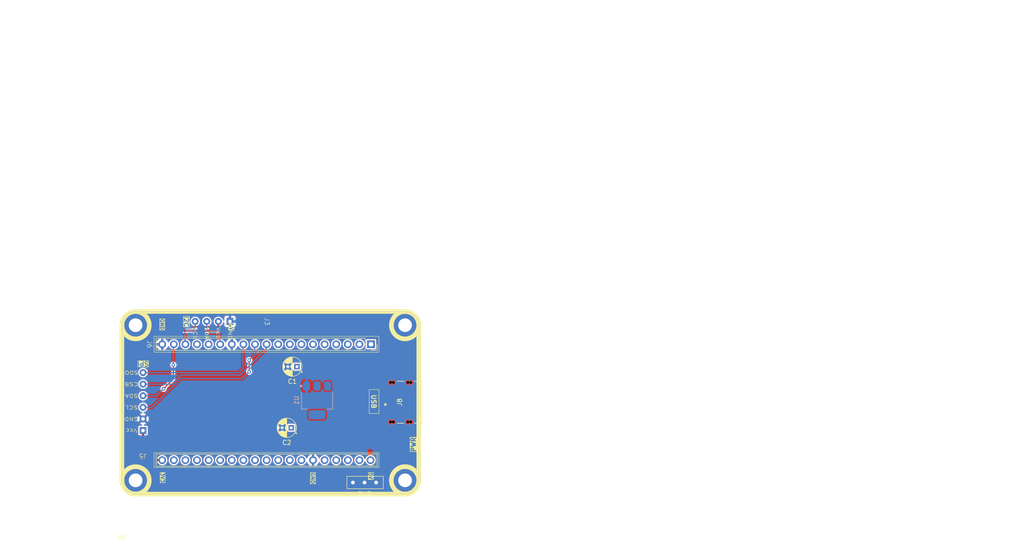
<source format=kicad_pcb>
(kicad_pcb (version 20240108) (generator "pcbnew") (generator_version "8.0")
  (layers (0 "F.Cu" signal) (31 "B.Cu" signal) (34 "B.Paste" user) (35 "F.Paste" user) (36 "B.SilkS" user "B.Silkscreen") (37 "F.SilkS" user "F.Silkscreen") (38 "B.Mask" user) (39 "F.Mask" user) (44 "Edge.Cuts" user))
  (net 0 "")
  (net 1 "GND")
  (net 2 "+3V3")
  (net 3 "+5V")
  (net 4 "/SCL-2")
  (net 5 "/SDA-2")
  (net 6 "/SPI-SCL")
  (net 7 "/SPI-CSB")
  (net 8 "/VDC")
  (net 9 "/SPI-SDA")
  (net 10 "/SPI-SDO")
  (net 22 "/RX")
  (net 23 "/VIN")
  (net 29 "/TX")
  (footprint "Capacitor_THT:CP_Radial_D4.0mm_P2.00mm" (layer "F.Cu") (at 116.9726 107.05 180)
    (property "Reference" "C2" (at 1 -3.25 0) (layer "F.SilkS"))
    (property "Value" "1uF")
    (fp_line (start 3.081 -0.37) (end 3.081 0.37) (stroke (width 0.12)) (layer "F.SilkS"))
    (fp_line (start 3.041 -0.537) (end 3.041 0.537) (stroke (width 0.12)) (layer "F.SilkS"))
    (fp_line (start 3.001 -0.664) (end 3.001 0.664) (stroke (width 0.12)) (layer "F.SilkS"))
    (fp_line (start 2.961 -0.768) (end 2.961 0.768) (stroke (width 0.12)) (layer "F.SilkS"))
    (fp_line (start 2.921 -0.859) (end 2.921 0.859) (stroke (width 0.12)) (layer "F.SilkS"))
    (fp_line (start 2.881 -0.94) (end 2.881 0.94) (stroke (width 0.12)) (layer "F.SilkS"))
    (fp_line (start 2.841 -1.013) (end 2.841 1.013) (stroke (width 0.12)) (layer "F.SilkS"))
    (fp_line (start 2.801 0.84) (end 2.801 1.08) (stroke (width 0.12)) (layer "F.SilkS"))
    (fp_line (start 2.801 -1.08) (end 2.801 -0.84) (stroke (width 0.12)) (layer "F.SilkS"))
    (fp_line (start 2.761 0.84) (end 2.761 1.142) (stroke (width 0.12)) (layer "F.SilkS"))
    (fp_line (start 2.761 -1.142) (end 2.761 -0.84) (stroke (width 0.12)) (layer "F.SilkS"))
    (fp_line (start 2.721 0.84) (end 2.721 1.2) (stroke (width 0.12)) (layer "F.SilkS"))
    (fp_line (start 2.721 -1.2) (end 2.721 -0.84) (stroke (width 0.12)) (layer "F.SilkS"))
    (fp_line (start 2.681 0.84) (end 2.681 1.254) (stroke (width 0.12)) (layer "F.SilkS"))
    (fp_line (start 2.681 -1.254) (end 2.681 -0.84) (stroke (width 0.12)) (layer "F.SilkS"))
    (fp_line (start 2.641 0.84) (end 2.641 1.304) (stroke (width 0.12)) (layer "F.SilkS"))
    (fp_line (start 2.641 -1.304) (end 2.641 -0.84) (stroke (width 0.12)) (layer "F.SilkS"))
    (fp_line (start 2.601 0.84) (end 2.601 1.351) (stroke (width 0.12)) (layer "F.SilkS"))
    (fp_line (start 2.601 -1.351) (end 2.601 -0.84) (stroke (width 0.12)) (layer "F.SilkS"))
    (fp_line (start 2.561 0.84) (end 2.561 1.396) (stroke (width 0.12)) (layer "F.SilkS"))
    (fp_line (start 2.561 -1.396) (end 2.561 -0.84) (stroke (width 0.12)) (layer "F.SilkS"))
    (fp_line (start 2.521 0.84) (end 2.521 1.438) (stroke (width 0.12)) (layer "F.SilkS"))
    (fp_line (start 2.521 -1.438) (end 2.521 -0.84) (stroke (width 0.12)) (layer "F.SilkS"))
    (fp_line (start 2.481 0.84) (end 2.481 1.478) (stroke (width 0.12)) (layer "F.SilkS"))
    (fp_line (start 2.481 -1.478) (end 2.481 -0.84) (stroke (width 0.12)) (layer "F.SilkS"))
    (fp_line (start 2.441 0.84) (end 2.441 1.516) (stroke (width 0.12)) (layer "F.SilkS"))
    (fp_line (start 2.441 -1.516) (end 2.441 -0.84) (stroke (width 0.12)) (layer "F.SilkS"))
    (fp_line (start 2.401 0.84) (end 2.401 1.552) (stroke (width 0.12)) (layer "F.SilkS"))
    (fp_line (start 2.401 -1.552) (end 2.401 -0.84) (stroke (width 0.12)) (layer "F.SilkS"))
    (fp_line (start 2.361 0.84) (end 2.361 1.587) (stroke (width 0.12)) (layer "F.SilkS"))
    (fp_line (start 2.361 -1.587) (end 2.361 -0.84) (stroke (width 0.12)) (layer "F.SilkS"))
    (fp_line (start 2.321 0.84) (end 2.321 1.619) (stroke (width 0.12)) (layer "F.SilkS"))
    (fp_line (start 2.321 -1.619) (end 2.321 -0.84) (stroke (width 0.12)) (layer "F.SilkS"))
    (fp_line (start 2.281 0.84) (end 2.281 1.65) (stroke (width 0.12)) (layer "F.SilkS"))
    (fp_line (start 2.281 -1.65) (end 2.281 -0.84) (stroke (width 0.12)) (layer "F.SilkS"))
    (fp_line (start 2.241 0.84) (end 2.241 1.68) (stroke (width 0.12)) (layer "F.SilkS"))
    (fp_line (start 2.241 -1.68) (end 2.241 -0.84) (stroke (width 0.12)) (layer "F.SilkS"))
    (fp_line (start 2.201 0.84) (end 2.201 1.708) (stroke (width 0.12)) (layer "F.SilkS"))
    (fp_line (start 2.201 -1.708) (end 2.201 -0.84) (stroke (width 0.12)) (layer "F.SilkS"))
    (fp_line (start 2.161 0.84) (end 2.161 1.735) (stroke (width 0.12)) (layer "F.SilkS"))
    (fp_line (start 2.161 -1.735) (end 2.161 -0.84) (stroke (width 0.12)) (layer "F.SilkS"))
    (fp_line (start 2.121 0.84) (end 2.121 1.76) (stroke (width 0.12)) (layer "F.SilkS"))
    (fp_line (start 2.121 -1.76) (end 2.121 -0.84) (stroke (width 0.12)) (layer "F.SilkS"))
    (fp_line (start 2.081 0.84) (end 2.081 1.785) (stroke (width 0.12)) (layer "F.SilkS"))
    (fp_line (start 2.081 -1.785) (end 2.081 -0.84) (stroke (width 0.12)) (layer "F.SilkS"))
    (fp_line (start 2.041 0.84) (end 2.041 1.808) (stroke (width 0.12)) (layer "F.SilkS"))
    (fp_line (start 2.041 -1.808) (end 2.041 -0.84) (stroke (width 0.12)) (layer "F.SilkS"))
    (fp_line (start 2.001 0.84) (end 2.001 1.83) (stroke (width 0.12)) (layer "F.SilkS"))
    (fp_line (start 2.001 -1.83) (end 2.001 -0.84) (stroke (width 0.12)) (layer "F.SilkS"))
    (fp_line (start 1.961 0.84) (end 1.961 1.851) (stroke (width 0.12)) (layer "F.SilkS"))
    (fp_line (start 1.961 -1.851) (end 1.961 -0.84) (stroke (width 0.12)) (layer "F.SilkS"))
    (fp_line (start 1.921 0.84) (end 1.921 1.87) (stroke (width 0.12)) (layer "F.SilkS"))
    (fp_line (start 1.921 -1.87) (end 1.921 -0.84) (stroke (width 0.12)) (layer "F.SilkS"))
    (fp_line (start 1.881 0.84) (end 1.881 1.889) (stroke (width 0.12)) (layer "F.SilkS"))
    (fp_line (start 1.881 -1.889) (end 1.881 -0.84) (stroke (width 0.12)) (layer "F.SilkS"))
    (fp_line (start 1.841 0.84) (end 1.841 1.907) (stroke (width 0.12)) (layer "F.SilkS"))
    (fp_line (start 1.841 -1.907) (end 1.841 -0.84) (stroke (width 0.12)) (layer "F.SilkS"))
    (fp_line (start 1.801 0.84) (end 1.801 1.924) (stroke (width 0.12)) (layer "F.SilkS"))
    (fp_line (start 1.801 -1.924) (end 1.801 -0.84) (stroke (width 0.12)) (layer "F.SilkS"))
    (fp_line (start 1.761 0.84) (end 1.761 1.94) (stroke (width 0.12)) (layer "F.SilkS"))
    (fp_line (start 1.761 -1.94) (end 1.761 -0.84) (stroke (width 0.12)) (layer "F.SilkS"))
    (fp_line (start 1.721 0.84) (end 1.721 1.954) (stroke (width 0.12)) (layer "F.SilkS"))
    (fp_line (start 1.721 -1.954) (end 1.721 -0.84) (stroke (width 0.12)) (layer "F.SilkS"))
    (fp_line (start 1.68 0.84) (end 1.68 1.968) (stroke (width 0.12)) (layer "F.SilkS"))
    (fp_line (start 1.68 -1.968) (end 1.68 -0.84) (stroke (width 0.12)) (layer "F.SilkS"))
    (fp_line (start 1.64 0.84) (end 1.64 1.982) (stroke (width 0.12)) (layer "F.SilkS"))
    (fp_line (start 1.64 -1.982) (end 1.64 -0.84) (stroke (width 0.12)) (layer "F.SilkS"))
    (fp_line (start 1.6 0.84) (end 1.6 1.994) (stroke (width 0.12)) (layer "F.SilkS"))
    (fp_line (start 1.6 -1.994) (end 1.6 -0.84) (stroke (width 0.12)) (layer "F.SilkS"))
    (fp_line (start 1.56 0.84) (end 1.56 2.005) (stroke (width 0.12)) (layer "F.SilkS"))
    (fp_line (start 1.56 -2.005) (end 1.56 -0.84) (stroke (width 0.12)) (layer "F.SilkS"))
    (fp_line (start 1.52 0.84) (end 1.52 2.016) (stroke (width 0.12)) (layer "F.SilkS"))
    (fp_line (start 1.52 -2.016) (end 1.52 -0.84) (stroke (width 0.12)) (layer "F.SilkS"))
    (fp_line (start 1.48 0.84) (end 1.48 2.025) (stroke (width 0.12)) (layer "F.SilkS"))
    (fp_line (start 1.48 -2.025) (end 1.48 -0.84) (stroke (width 0.12)) (layer "F.SilkS"))
    (fp_line (start 1.44 0.84) (end 1.44 2.034) (stroke (width 0.12)) (layer "F.SilkS"))
    (fp_line (start 1.44 -2.034) (end 1.44 -0.84) (stroke (width 0.12)) (layer "F.SilkS"))
    (fp_line (start 1.4 0.84) (end 1.4 2.042) (stroke (width 0.12)) (layer "F.SilkS"))
    (fp_line (start 1.4 -2.042) (end 1.4 -0.84) (stroke (width 0.12)) (layer "F.SilkS"))
    (fp_line (start 1.36 0.84) (end 1.36 2.05) (stroke (width 0.12)) (layer "F.SilkS"))
    (fp_line (start 1.36 -2.05) (end 1.36 -0.84) (stroke (width 0.12)) (layer "F.SilkS"))
    (fp_line (start 1.32 0.84) (end 1.32 2.056) (stroke (width 0.12)) (layer "F.SilkS"))
    (fp_line (start 1.32 -2.056) (end 1.32 -0.84) (stroke (width 0.12)) (layer "F.SilkS"))
    (fp_line (start 1.28 0.84) (end 1.28 2.062) (stroke (width 0.12)) (layer "F.SilkS"))
    (fp_line (start 1.28 -2.062) (end 1.28 -0.84) (stroke (width 0.12)) (layer "F.SilkS"))
    (fp_line (start 1.24 0.84) (end 1.24 2.067) (stroke (width 0.12)) (layer "F.SilkS"))
    (fp_line (start 1.24 -2.067) (end 1.24 -0.84) (stroke (width 0.12)) (layer "F.SilkS"))
    (fp_line (start 1.2 0.84) (end 1.2 2.071) (stroke (width 0.12)) (layer "F.SilkS"))
    (fp_line (start 1.2 -2.071) (end 1.2 -0.84) (stroke (width 0.12)) (layer "F.SilkS"))
    (fp_line (start 1.16 -2.074) (end 1.16 2.074) (stroke (width 0.12)) (layer "F.SilkS"))
    (fp_line (start 1.12 -2.077) (end 1.12 2.077) (stroke (width 0.12)) (layer "F.SilkS"))
    (fp_line (start 1.08 -2.079) (end 1.08 2.079) (stroke (width 0.12)) (layer "F.SilkS"))
    (fp_line (start 1.04 -2.08) (end 1.04 2.08) (stroke (width 0.12)) (layer "F.SilkS"))
    (fp_line (start 1 -2.08) (end 1 2.08) (stroke (width 0.12)) (layer "F.SilkS"))
    (fp_line (start -1.069801 -1.395) (end -1.069801 -0.995) (stroke (width 0.12)) (layer "F.SilkS"))
    (fp_line (start -1.269801 -1.195) (end -0.869801 -1.195) (stroke (width 0.12)) (layer "F.SilkS"))
    (fp_circle (center 1 0) (end 3.12 0) (stroke (width 0.12)) (fill none) (layer "F.SilkS"))
    (pad "1" thru_hole rect (at 0 0 180) (size 1.2 1.2) (drill 0.6) (layers "*.Cu" "*.Mask") (net 3 "+5V"))
    (pad "2" thru_hole circle (at 2 0 180) (size 1.2 1.2) (drill 0.6) (layers "*.Cu" "*.Mask") (net 1 "GND"))
  )
  (footprint "Alexander Footprint Library:Board_65-40" (layer "F.Cu") (at 79.875002 131.57)
    (property "Reference" "H1" (at 0 -0.5 0) (layer "F.SilkS") (effects (font (thickness 0.1))))
    (property "Value" "Project_Box_Board_65x40")
    (fp_line (start 0 -47) (end 0 -13) (stroke (width 1)) (layer "F.SilkS"))
    (fp_line (start 3 -50) (end 62 -50) (stroke (width 1)) (layer "F.SilkS"))
    (fp_line (start 3 -10) (end 62 -10) (stroke (width 1)) (layer "F.SilkS"))
    (fp_line (start 65 -47) (end 65 -13) (stroke (width 1)) (layer "F.SilkS"))
    (fp_arc (start 0 -47) (mid 0.87868 -49.12132) (end 3 -50) (stroke (width 1)) (layer "F.SilkS"))
    (fp_arc (start 3 -10) (mid 0.87868 -10.87868) (end 0 -13) (stroke (width 1)) (layer "F.SilkS"))
    (fp_arc (start 62 -50) (mid 64.12132 -49.12132) (end 65 -47) (stroke (width 1)) (layer "F.SilkS"))
    (fp_arc (start 65 -13) (mid 64.12132 -10.87868) (end 62 -10) (stroke (width 1)) (layer "F.SilkS"))
    (fp_circle (center 2.999999 -13) (end 6 -13) (stroke (width 1)) (fill none) (layer "F.SilkS"))
    (fp_circle (center 3 -47) (end 6 -47) (stroke (width 1)) (fill none) (layer "F.SilkS"))
    (fp_circle (center 62 -47) (end 62 -50) (stroke (width 0.1)) (fill none) (layer "F.SilkS"))
    (fp_circle (center 62 -47) (end 65 -47) (stroke (width 1)) (fill none) (layer "F.SilkS"))
    (fp_circle (center 62 -13) (end 62.25 -16) (stroke (width 0.1)) (fill none) (layer "F.SilkS"))
    (fp_circle (center 62 -13) (end 65.010398 -13) (stroke (width 1)) (fill none) (layer "F.SilkS"))
    (fp_line (start 0 -13) (end 0 -47) (stroke (width 0.05)) (layer "Edge.Cuts"))
    (fp_line (start 3 -50) (end 62 -50) (stroke (width 0.05)) (layer "Edge.Cuts"))
    (fp_line (start 62 -10) (end 3 -10) (stroke (width 0.05)) (layer "Edge.Cuts"))
    (fp_line (start 65 -47) (end 65 -13) (stroke (width 0.05)) (layer "Edge.Cuts"))
    (fp_arc (start 0 -47) (mid 0.87868 -49.12132) (end 3 -50) (stroke (width 0.05)) (layer "Edge.Cuts"))
    (fp_arc (start 3 -10) (mid 0.87868 -10.87868) (end 0 -13) (stroke (width 0.05)) (layer "Edge.Cuts"))
    (fp_arc (start 62 -50) (mid 64.12132 -49.12132) (end 65 -47) (stroke (width 0.05)) (layer "Edge.Cuts"))
    (fp_arc (start 65 -13) (mid 64.12132 -10.87868) (end 62 -10) (stroke (width 0.05)) (layer "Edge.Cuts"))
    (fp_circle (center 3 -47) (end 4 -48) (stroke (width 0.05)) (fill none) (layer "Edge.Cuts"))
    (fp_circle (center 3 -13) (end 4 -14) (stroke (width 0.05)) (fill none) (layer "Edge.Cuts"))
    (fp_circle (center 62 -47) (end 63 -48) (stroke (width 0.05)) (fill none) (layer "Edge.Cuts"))
    (fp_circle (center 62 -13) (end 63 -14) (stroke (width 0.05)) (fill none) (layer "Edge.Cuts"))
    (pad "1" thru_hole circle (at 3 -47) (size 5 5) (drill 3) (layers "*.Cu" "*.Mask") (net 1 "GND"))
    (pad "2" thru_hole circle (at 3 -13) (size 5 5) (drill 3) (layers "*.Cu" "*.Mask") (net 1 "GND"))
    (pad "3" thru_hole circle (at 62 -13) (size 5 5) (drill 3) (layers "*.Cu" "*.Mask") (net 1 "GND"))
    (pad "4" thru_hole circle (at 62 -47) (size 5 5) (drill 3) (layers "*.Cu" "*.Mask") (net 1 "GND"))
  )
  (footprint "Alexander Footprint Library:2171750001_MOL" (layer "F.Cu") (at 141.954401 101.45 90)
    (property "Reference" "J8" (at 0 -1.25 90) (layer "F.SilkS"))
    (property "Value" "USB-C")
    (fp_line (start -4.5974 -1.815688) (end -4.5974 -0.293113) (stroke (width 0.1524)) (layer "F.SilkS"))
    (fp_line (start 4.5974 -0.293113) (end 4.5974 -1.815688) (stroke (width 0.1524)) (layer "F.SilkS"))
    (fp_line (start -4.5974 1.984311) (end -4.5974 3.5814) (stroke (width 0.1524)) (layer "F.SilkS"))
    (fp_line (start 4.5974 3.5814) (end 4.5974 1.984311) (stroke (width 0.1524)) (layer "F.SilkS"))
    (fp_line (start -4.5974 3.5814) (end 4.5974 3.5814) (stroke (width 0.1524)) (layer "F.SilkS"))
    (fp_line (start 4.32 -2.6623) (end 4.32 -3.2465) (stroke (width 0.6096)) (layer "Edge.Cuts"))
    (fp_line (start -4.32 -2.6623) (end -4.32 -3.2465) (stroke (width 0.6096)) (layer "Edge.Cuts"))
    (fp_line (start 4.32 1.137699) (end 4.32 0.553499) (stroke (width 0.6096)) (layer "Edge.Cuts"))
    (fp_line (start -4.32 1.137699) (end -4.32 0.553499) (stroke (width 0.6096)) (layer "Edge.Cuts"))
    (fp_text user "*" (at -0.508 -4.064 90) (layer "F.SilkS"))
    (fp_text user "*" (at -0.508 -4.064 90) (layer "F.SilkS"))
    (pad "" np_thru_hole circle (at -4.32 -3.2465 90) (size 0.6096 0.6096) (drill 0.6096) (layers))
    (pad "" np_thru_hole circle (at -4.32 -2.6623 90) (size 0.6096 0.6096) (drill 0.6096) (layers))
    (pad "" np_thru_hole circle (at -4.32 0.553499 90) (size 0.6096 0.6096) (drill 0.6096) (layers))
    (pad "" np_thru_hole circle (at -4.32 1.137699 90) (size 0.6096 0.6096) (drill 0.6096) (layers))
    (pad "" np_thru_hole circle (at 4.32 -3.2465 90) (size 0.6096 0.6096) (drill 0.6096) (layers))
    (pad "" np_thru_hole circle (at 4.32 -2.6623 90) (size 0.6096 0.6096) (drill 0.6096) (layers))
    (pad "" np_thru_hole circle (at 4.32 0.553499 90) (size 0.6096 0.6096) (drill 0.6096) (layers))
    (pad "" np_thru_hole circle (at 4.32 1.137699 90) (size 0.6096 0.6096) (drill 0.6096) (layers))
    (pad "7" smd oval (at -4.32 -2.9544 90) (size 1.0922 1.7018) (layers "F.Cu" "F.Paste" "F.Mask"))
    (pad "8" smd oval (at 4.32 -2.9544 90) (size 1.0922 1.7018) (layers "F.Cu" "F.Paste" "F.Mask"))
    (pad "9" smd oval (at -4.32 0.845599 90) (size 1.0922 1.7018) (layers "F.Cu" "F.Paste" "F.Mask"))
    (pad "10" smd oval (at 4.32 0.845599 90) (size 1.0922 1.7018) (layers "F.Cu" "F.Paste" "F.Mask"))
    (pad "A5" smd rect (at -0.499999 -3.034401 90) (size 0.7112 1.1938) (layers "F.Cu" "F.Paste" "F.Mask"))
    (pad "A9" smd rect (at 1.52 -3.034401 90) (size 0.762 1.1938) (layers "F.Cu" "F.Paste" "F.Mask"))
    (pad "A12" smd rect (at 2.75 -3.034401 90) (size 0.8128 1.1938) (layers "F.Cu" "F.Paste" "F.Mask"))
    (pad "B5" smd rect (at 0.499999 -3.034401 90) (size 0.7112 1.1938) (layers "F.Cu" "F.Paste" "F.Mask"))
    (pad "B9" smd rect (at -1.519936 -3.034284 90) (size 0.762 1.1938) (layers "F.Cu" "F.Paste" "F.Mask"))
    (pad "B12" smd rect (at -2.749936 -3.034284 90) (size 0.8128 1.1938) (layers "F.Cu" "F.Paste" "F.Mask"))
  )
  (footprint "Capacitor_THT:CP_Radial_D4.0mm_P2.00mm" (layer "F.Cu") (at 118.2 93.65 180)
    (property "Reference" "C1" (at 1 -3.25 0) (layer "F.SilkS"))
    (property "Value" "1uF")
    (fp_line (start 3.081 -0.37) (end 3.081 0.37) (stroke (width 0.12)) (layer "F.SilkS"))
    (fp_line (start 3.041 -0.537) (end 3.041 0.537) (stroke (width 0.12)) (layer "F.SilkS"))
    (fp_line (start 3.001 -0.664) (end 3.001 0.664) (stroke (width 0.12)) (layer "F.SilkS"))
    (fp_line (start 2.961 -0.768) (end 2.961 0.768) (stroke (width 0.12)) (layer "F.SilkS"))
    (fp_line (start 2.921 -0.859) (end 2.921 0.859) (stroke (width 0.12)) (layer "F.SilkS"))
    (fp_line (start 2.881 -0.94) (end 2.881 0.94) (stroke (width 0.12)) (layer "F.SilkS"))
    (fp_line (start 2.841 -1.013) (end 2.841 1.013) (stroke (width 0.12)) (layer "F.SilkS"))
    (fp_line (start 2.801 0.84) (end 2.801 1.08) (stroke (width 0.12)) (layer "F.SilkS"))
    (fp_line (start 2.801 -1.08) (end 2.801 -0.84) (stroke (width 0.12)) (layer "F.SilkS"))
    (fp_line (start 2.761 0.84) (end 2.761 1.142) (stroke (width 0.12)) (layer "F.SilkS"))
    (fp_line (start 2.761 -1.142) (end 2.761 -0.84) (stroke (width 0.12)) (layer "F.SilkS"))
    (fp_line (start 2.721 0.84) (end 2.721 1.2) (stroke (width 0.12)) (layer "F.SilkS"))
    (fp_line (start 2.721 -1.2) (end 2.721 -0.84) (stroke (width 0.12)) (layer "F.SilkS"))
    (fp_line (start 2.681 0.84) (end 2.681 1.254) (stroke (width 0.12)) (layer "F.SilkS"))
    (fp_line (start 2.681 -1.254) (end 2.681 -0.84) (stroke (width 0.12)) (layer "F.SilkS"))
    (fp_line (start 2.641 0.84) (end 2.641 1.304) (stroke (width 0.12)) (layer "F.SilkS"))
    (fp_line (start 2.641 -1.304) (end 2.641 -0.84) (stroke (width 0.12)) (layer "F.SilkS"))
    (fp_line (start 2.601 0.84) (end 2.601 1.351) (stroke (width 0.12)) (layer "F.SilkS"))
    (fp_line (start 2.601 -1.351) (end 2.601 -0.84) (stroke (width 0.12)) (layer "F.SilkS"))
    (fp_line (start 2.561 0.84) (end 2.561 1.396) (stroke (width 0.12)) (layer "F.SilkS"))
    (fp_line (start 2.561 -1.396) (end 2.561 -0.84) (stroke (width 0.12)) (layer "F.SilkS"))
    (fp_line (start 2.521 0.84) (end 2.521 1.438) (stroke (width 0.12)) (layer "F.SilkS"))
    (fp_line (start 2.521 -1.438) (end 2.521 -0.84) (stroke (width 0.12)) (layer "F.SilkS"))
    (fp_line (start 2.481 0.84) (end 2.481 1.478) (stroke (width 0.12)) (layer "F.SilkS"))
    (fp_line (start 2.481 -1.478) (end 2.481 -0.84) (stroke (width 0.12)) (layer "F.SilkS"))
    (fp_line (start 2.441 0.84) (end 2.441 1.516) (stroke (width 0.12)) (layer "F.SilkS"))
    (fp_line (start 2.441 -1.516) (end 2.441 -0.84) (stroke (width 0.12)) (layer "F.SilkS"))
    (fp_line (start 2.401 0.84) (end 2.401 1.552) (stroke (width 0.12)) (layer "F.SilkS"))
    (fp_line (start 2.401 -1.552) (end 2.401 -0.84) (stroke (width 0.12)) (layer "F.SilkS"))
    (fp_line (start 2.361 0.84) (end 2.361 1.587) (stroke (width 0.12)) (layer "F.SilkS"))
    (fp_line (start 2.361 -1.587) (end 2.361 -0.84) (stroke (width 0.12)) (layer "F.SilkS"))
    (fp_line (start 2.321 0.84) (end 2.321 1.619) (stroke (width 0.12)) (layer "F.SilkS"))
    (fp_line (start 2.321 -1.619) (end 2.321 -0.84) (stroke (width 0.12)) (layer "F.SilkS"))
    (fp_line (start 2.281 0.84) (end 2.281 1.65) (stroke (width 0.12)) (layer "F.SilkS"))
    (fp_line (start 2.281 -1.65) (end 2.281 -0.84) (stroke (width 0.12)) (layer "F.SilkS"))
    (fp_line (start 2.241 0.84) (end 2.241 1.68) (stroke (width 0.12)) (layer "F.SilkS"))
    (fp_line (start 2.241 -1.68) (end 2.241 -0.84) (stroke (width 0.12)) (layer "F.SilkS"))
    (fp_line (start 2.201 0.84) (end 2.201 1.708) (stroke (width 0.12)) (layer "F.SilkS"))
    (fp_line (start 2.201 -1.708) (end 2.201 -0.84) (stroke (width 0.12)) (layer "F.SilkS"))
    (fp_line (start 2.161 0.84) (end 2.161 1.735) (stroke (width 0.12)) (layer "F.SilkS"))
    (fp_line (start 2.161 -1.735) (end 2.161 -0.84) (stroke (width 0.12)) (layer "F.SilkS"))
    (fp_line (start 2.121 0.84) (end 2.121 1.76) (stroke (width 0.12)) (layer "F.SilkS"))
    (fp_line (start 2.121 -1.76) (end 2.121 -0.84) (stroke (width 0.12)) (layer "F.SilkS"))
    (fp_line (start 2.081 0.84) (end 2.081 1.785) (stroke (width 0.12)) (layer "F.SilkS"))
    (fp_line (start 2.081 -1.785) (end 2.081 -0.84) (stroke (width 0.12)) (layer "F.SilkS"))
    (fp_line (start 2.041 0.84) (end 2.041 1.808) (stroke (width 0.12)) (layer "F.SilkS"))
    (fp_line (start 2.041 -1.808) (end 2.041 -0.84) (stroke (width 0.12)) (layer "F.SilkS"))
    (fp_line (start 2.001 0.84) (end 2.001 1.83) (stroke (width 0.12)) (layer "F.SilkS"))
    (fp_line (start 2.001 -1.83) (end 2.001 -0.84) (stroke (width 0.12)) (layer "F.SilkS"))
    (fp_line (start 1.961 0.84) (end 1.961 1.851) (stroke (width 0.12)) (layer "F.SilkS"))
    (fp_line (start 1.961 -1.851) (end 1.961 -0.84) (stroke (width 0.12)) (layer "F.SilkS"))
    (fp_line (start 1.921 0.84) (end 1.921 1.87) (stroke (width 0.12)) (layer "F.SilkS"))
    (fp_line (start 1.921 -1.87) (end 1.921 -0.84) (stroke (width 0.12)) (layer "F.SilkS"))
    (fp_line (start 1.881 0.84) (end 1.881 1.889) (stroke (width 0.12)) (layer "F.SilkS"))
    (fp_line (start 1.881 -1.889) (end 1.881 -0.84) (stroke (width 0.12)) (layer "F.SilkS"))
    (fp_line (start 1.841 0.84) (end 1.841 1.907) (stroke (width 0.12)) (layer "F.SilkS"))
    (fp_line (start 1.841 -1.907) (end 1.841 -0.84) (stroke (width 0.12)) (layer "F.SilkS"))
    (fp_line (start 1.801 0.84) (end 1.801 1.924) (stroke (width 0.12)) (layer "F.SilkS"))
    (fp_line (start 1.801 -1.924) (end 1.801 -0.84) (stroke (width 0.12)) (layer "F.SilkS"))
    (fp_line (start 1.761 0.84) (end 1.761 1.94) (stroke (width 0.12)) (layer "F.SilkS"))
    (fp_line (start 1.761 -1.94) (end 1.761 -0.84) (stroke (width 0.12)) (layer "F.SilkS"))
    (fp_line (start 1.721 0.84) (end 1.721 1.954) (stroke (width 0.12)) (layer "F.SilkS"))
    (fp_line (start 1.721 -1.954) (end 1.721 -0.84) (stroke (width 0.12)) (layer "F.SilkS"))
    (fp_line (start 1.68 0.84) (end 1.68 1.968) (stroke (width 0.12)) (layer "F.SilkS"))
    (fp_line (start 1.68 -1.968) (end 1.68 -0.84) (stroke (width 0.12)) (layer "F.SilkS"))
    (fp_line (start 1.64 0.84) (end 1.64 1.982) (stroke (width 0.12)) (layer "F.SilkS"))
    (fp_line (start 1.64 -1.982) (end 1.64 -0.84) (stroke (width 0.12)) (layer "F.SilkS"))
    (fp_line (start 1.6 0.84) (end 1.6 1.994) (stroke (width 0.12)) (layer "F.SilkS"))
    (fp_line (start 1.6 -1.994) (end 1.6 -0.84) (stroke (width 0.12)) (layer "F.SilkS"))
    (fp_line (start 1.56 0.84) (end 1.56 2.005) (stroke (width 0.12)) (layer "F.SilkS"))
    (fp_line (start 1.56 -2.005) (end 1.56 -0.84) (stroke (width 0.12)) (layer "F.SilkS"))
    (fp_line (start 1.52 0.84) (end 1.52 2.016) (stroke (width 0.12)) (layer "F.SilkS"))
    (fp_line (start 1.52 -2.016) (end 1.52 -0.84) (stroke (width 0.12)) (layer "F.SilkS"))
    (fp_line (start 1.48 0.84) (end 1.48 2.025) (stroke (width 0.12)) (layer "F.SilkS"))
    (fp_line (start 1.48 -2.025) (end 1.48 -0.84) (stroke (width 0.12)) (layer "F.SilkS"))
    (fp_line (start 1.44 0.84) (end 1.44 2.034) (stroke (width 0.12)) (layer "F.SilkS"))
    (fp_line (start 1.44 -2.034) (end 1.44 -0.84) (stroke (width 0.12)) (layer "F.SilkS"))
    (fp_line (start 1.4 0.84) (end 1.4 2.042) (stroke (width 0.12)) (layer "F.SilkS"))
    (fp_line (start 1.4 -2.042) (end 1.4 -0.84) (stroke (width 0.12)) (layer "F.SilkS"))
    (fp_line (start 1.36 0.84) (end 1.36 2.05) (stroke (width 0.12)) (layer "F.SilkS"))
    (fp_line (start 1.36 -2.05) (end 1.36 -0.84) (stroke (width 0.12)) (layer "F.SilkS"))
    (fp_line (start 1.32 0.84) (end 1.32 2.056) (stroke (width 0.12)) (layer "F.SilkS"))
    (fp_line (start 1.32 -2.056) (end 1.32 -0.84) (stroke (width 0.12)) (layer "F.SilkS"))
    (fp_line (start 1.28 0.84) (end 1.28 2.062) (stroke (width 0.12)) (layer "F.SilkS"))
    (fp_line (start 1.28 -2.062) (end 1.28 -0.84) (stroke (width 0.12)) (layer "F.SilkS"))
    (fp_line (start 1.24 0.84) (end 1.24 2.067) (stroke (width 0.12)) (layer "F.SilkS"))
    (fp_line (start 1.24 -2.067) (end 1.24 -0.84) (stroke (width 0.12)) (layer "F.SilkS"))
    (fp_line (start 1.2 0.84) (end 1.2 2.071) (stroke (width 0.12)) (layer "F.SilkS"))
    (fp_line (start 1.2 -2.071) (end 1.2 -0.84) (stroke (width 0.12)) (layer "F.SilkS"))
    (fp_line (start 1.16 -2.074) (end 1.16 2.074) (stroke (width 0.12)) (layer "F.SilkS"))
    (fp_line (start 1.12 -2.077) (end 1.12 2.077) (stroke (width 0.12)) (layer "F.SilkS"))
    (fp_line (start 1.08 -2.079) (end 1.08 2.079) (stroke (width 0.12)) (layer "F.SilkS"))
    (fp_line (start 1.04 -2.08) (end 1.04 2.08) (stroke (width 0.12)) (layer "F.SilkS"))
    (fp_line (start 1 -2.08) (end 1 2.08) (stroke (width 0.12)) (layer "F.SilkS"))
    (fp_line (start -1.069801 -1.395) (end -1.069801 -0.995) (stroke (width 0.12)) (layer "F.SilkS"))
    (fp_line (start -1.269801 -1.195) (end -0.869801 -1.195) (stroke (width 0.12)) (layer "F.SilkS"))
    (fp_circle (center 1 0) (end 3.12 0) (stroke (width 0.12)) (fill none) (layer "F.SilkS"))
    (pad "1" thru_hole rect (at 0 0 180) (size 1.2 1.2) (drill 0.6) (layers "*.Cu" "*.Mask") (net 23 "/VIN"))
    (pad "2" thru_hole circle (at 2 0 180) (size 1.2 1.2) (drill 0.6) (layers "*.Cu" "*.Mask") (net 1 "GND"))
  )
  (footprint "Alexander Footprint Library:Conn_I2C" (layer "F.Cu") (at 111.16 83.75 -90)
    (property "Reference" "J3" (at 0 -0.5 -90) (layer "F.SilkS") (effects (font (thickness 0.1))))
    (property "Value" "I2C")
    (fp_text user "GND" (at 2.54 7.62 -90) (layer "F.SilkS") (effects (font (size 0.8 1) (thickness 0.1))))
    (fp_text user "I2C" (at 0 17.78 -90) (layer "F.SilkS" knockout) (effects (font (thickness 0.2) (bold yes)) (justify bottom)))
    (fp_text user "Vcc" (at 2.54 10.16 -90) (layer "F.SilkS") (effects (font (size 0.8 1) (thickness 0.1))))
    (fp_text user "SCL" (at 2.54 15.24 -90) (layer "F.SilkS") (effects (font (size 0.8 1) (thickness 0.1))))
    (fp_text user "SDA" (at 2.54 12.7 -90) (layer "F.SilkS") (effects (font (size 0.8 1) (thickness 0.1))))
    (pad "GND" thru_hole rect (at 0 7.62 270) (size 1.524 1.524) (drill 0.762) (layers "*.Cu" "*.Mask") (net 1 "GND"))
    (pad "SCL" thru_hole circle (at 0 15.24 270) (size 1.524 1.524) (drill 0.762) (layers "*.Cu" "*.Mask") (net 4 "/SCL-2"))
    (pad "SDA" thru_hole circle (at 0 12.7 270) (size 1.524 1.524) (drill 0.762) (layers "*.Cu" "*.Mask") (net 5 "/SDA-2"))
    (pad "Vcc" thru_hole circle (at 0 10.16 270) (size 1.524 1.524) (drill 0.762) (layers "*.Cu" "*.Mask") (net 2 "+3V3"))
  )
  (footprint "Alexander Footprint Library:Conn_ESP32_WROOM-DevKit-38pins" (layer "F.Cu") (at 86.16 88.75 -90)
    (property "Reference" "J6" (at 0 0.25 -90) (layer "F.SilkS") (effects (font (thickness 0.1))))
    (property "Value" "~")
    (fp_line (start -1.33 -1.21) (end 1.33 -1.21) (stroke (width 0.12)) (layer "F.SilkS"))
    (fp_line (start 24.07 -1.21) (end 26.73 -1.21) (stroke (width 0.12)) (layer "F.SilkS"))
    (fp_line (start -1.33 -46.99) (end -1.33 -1.21) (stroke (width 0.12)) (layer "F.SilkS"))
    (fp_line (start -1.33 -46.99) (end 1.33 -46.99) (stroke (width 0.12)) (layer "F.SilkS"))
    (fp_line (start 1.33 -46.99) (end 1.33 -1.21) (stroke (width 0.12)) (layer "F.SilkS"))
    (fp_line (start 0 -49.59) (end 1.33 -49.59) (stroke (width 0.12)) (layer "F.SilkS"))
    (fp_line (start 1.33 -49.59) (end 1.33 -48.26) (stroke (width 0.12)) (layer "F.SilkS"))
    (fp_line (start 24.075 -49.6) (end 24.07 -1.21) (stroke (width 0.12)) (layer "F.SilkS"))
    (fp_line (start 24.075 -49.6) (end 26.675 -49.6) (stroke (width 0.12)) (layer "F.SilkS"))
    (fp_line (start 26.675 -49.6) (end 26.73 -1.21) (stroke (width 0.12)) (layer "F.SilkS"))
    (fp_rect (start -1.75 -50) (end 1.75 -0.75) (stroke (width 0.1)) (fill none) (layer "F.SilkS"))
    (fp_rect (start 9.92 -50) (end 15.18 -47.86) (stroke (width 0.1)) (fill none) (layer "F.SilkS"))
    (fp_rect (start 23.75 -50) (end 27 -0.75) (stroke (width 0.1)) (fill none) (layer "F.SilkS"))
    (fp_text user "GND" (at -3 -2.5 -90) (layer "F.SilkS" knockout) (effects (font (size 0.8 0.8) (thickness 0.2) (bold yes)) (justify right)))
    (fp_text user "5V" (at 28 -48.2 -90) (layer "F.SilkS" knockout) (effects (font (size 0.8 0.8) (thickness 0.2) (bold yes)) (justify left)))
    (fp_text user "3V3" (at 28 -2.6 -90) (layer "F.SilkS" knockout) (effects (font (size 0.8 0.8) (thickness 0.2) (bold yes)) (justify left)))
    (fp_text user "USB" (at 12.55 -48.26 -90) (layer "F.SilkS") (effects (font (thickness 0.2) (bold yes)) (justify bottom)))
    (fp_text user "GND" (at 28 -35.5 -90) (layer "F.SilkS" knockout) (effects (font (size 0.8 0.8) (thickness 0.2) (bold yes)) (justify left)))
    (fp_text user "5V" (at -4.7 -17.7 -90) (layer "F.SilkS" knockout) (effects (font (size 0.8 0.8) (thickness 0.2) (bold yes)) (justify left)))
    (pad "1" thru_hole rect (at 0 -48.26 270) (size 1.7 1.7) (drill 1) (layers "*.Cu" "*.Mask"))
    (pad "2" thru_hole oval (at 0 -45.72 270) (size 1.7 1.7) (drill 1) (layers "*.Cu" "*.Mask"))
    (pad "3" thru_hole oval (at 0 -43.18 270) (size 1.7 1.7) (drill 1) (layers "*.Cu" "*.Mask"))
    (pad "4" thru_hole oval (at 0 -40.64 270) (size 1.7 1.7) (drill 1) (layers "*.Cu" "*.Mask"))
    (pad "5" thru_hole oval (at 0 -38.1 270) (size 1.7 1.7) (drill 1) (layers "*.Cu" "*.Mask"))
    (pad "6" thru_hole oval (at 0 -35.56 270) (size 1.7 1.7) (drill 1) (layers "*.Cu" "*.Mask"))
    (pad "7" thru_hole oval (at 0 -33.02 270) (size 1.7 1.7) (drill 1) (layers "*.Cu" "*.Mask"))
    (pad "8" thru_hole oval (at 0 -30.48 270) (size 1.7 1.7) (drill 1) (layers "*.Cu" "*.Mask"))
    (pad "9" thru_hole oval (at 0 -27.94 270) (size 1.7 1.7) (drill 1) (layers "*.Cu" "*.Mask"))
    (pad "10" thru_hole oval (at 0 -25.4 270) (size 1.7 1.7) (drill 1) (layers "*.Cu" "*.Mask") (net 7 "/SPI-CSB"))
    (pad "11" thru_hole oval (at 0 -22.86 270) (size 1.7 1.7) (drill 1) (layers "*.Cu" "*.Mask") (net 6 "/SPI-SCL"))
    (pad "12" thru_hole oval (at 0 -20.32 270) (size 1.7 1.7) (drill 1) (layers "*.Cu" "*.Mask") (net 10 "/SPI-SDO"))
    (pad "13" thru_hole oval (at 0 -17.78 270) (size 1.7 1.7) (drill 1) (layers "*.Cu" "*.Mask") (net 1 "GND"))
    (pad "14" thru_hole oval (at 0 -15.24 270) (size 1.7 1.7) (drill 1) (layers "*.Cu" "*.Mask") (net 5 "/SDA-2"))
    (pad "15" thru_hole oval (at 0 -12.7 270) (size 1.7 1.7) (drill 1) (layers "*.Cu" "*.Mask") (net 22 "/RX"))
    (pad "16" thru_hole oval (at 0 -10.16 270) (size 1.7 1.7) (drill 1) (layers "*.Cu" "*.Mask") (net 29 "/TX"))
    (pad "17" thru_hole oval (at 0 -7.62 270) (size 1.7 1.7) (drill 1) (layers "*.Cu" "*.Mask") (net 4 "/SCL-2"))
    (pad "18" thru_hole oval (at 0 -5.08 270) (size 1.7 1.7) (drill 1) (layers "*.Cu" "*.Mask") (net 9 "/SPI-SDA"))
    (pad "19" thru_hole oval (at 0 -2.54 270) (size 1.7 1.7) (drill 1) (layers "*.Cu" "*.Mask") (net 1 "GND"))
    (pad "20" thru_hole oval (at 25.4 -2.54 270) (size 1.7 1.7) (drill 1) (layers "*.Cu" "*.Mask") (net 2 "+3V3"))
    (pad "21" thru_hole oval (at 25.4 -5.08 270) (size 1.7 1.7) (drill 1) (layers "*.Cu" "*.Mask"))
    (pad "22" thru_hole oval (at 25.4 -7.62 270) (size 1.7 1.7) (drill 1) (layers "*.Cu" "*.Mask"))
    (pad "23" thru_hole oval (at 25.4 -10.16 270) (size 1.7 1.7) (drill 1) (layers "*.Cu" "*.Mask"))
    (pad "24" thru_hole oval (at 25.4 -12.7 270) (size 1.7 1.7) (drill 1) (layers "*.Cu" "*.Mask"))
    (pad "25" thru_hole oval (at 25.4 -15.24 270) (size 1.7 1.7) (drill 1) (layers "*.Cu" "*.Mask"))
    (pad "26" thru_hole oval (at 25.4 -17.78 270) (size 1.7 1.7) (drill 1) (layers "*.Cu" "*.Mask"))
    (pad "27" thru_hole oval (at 25.4 -20.32 270) (size 1.7 1.7) (drill 1) (layers "*.Cu" "*.Mask"))
    (pad "28" thru_hole oval (at 25.4 -22.86 270) (size 1.7 1.7) (drill 1) (layers "*.Cu" "*.Mask"))
    (pad "29" thru_hole oval (at 25.4 -25.4 270) (size 1.7 1.7) (drill 1) (layers "*.Cu" "*.Mask"))
    (pad "30" thru_hole oval (at 25.4 -27.94 270) (size 1.7 1.7) (drill 1) (layers "*.Cu" "*.Mask"))
    (pad "31" thru_hole oval (at 25.4 -30.48 270) (size 1.7 1.7) (drill 1) (layers "*.Cu" "*.Mask"))
    (pad "32" thru_hole oval (at 25.4 -33.02 270) (size 1.7 1.7) (drill 1) (layers "*.Cu" "*.Mask"))
    (pad "33" thru_hole oval (at 25.4 -35.56 270) (size 1.7 1.7) (drill 1) (layers "*.Cu" "*.Mask") (net 1 "GND"))
    (pad "34" thru_hole oval (at 25.4 -38.1 270) (size 1.7 1.7) (drill 1) (layers "*.Cu" "*.Mask"))
    (pad "35" thru_hole oval (at 25.4 -40.64 270) (size 1.7 1.7) (drill 1) (layers "*.Cu" "*.Mask"))
    (pad "36" thru_hole oval (at 25.4 -43.18 270) (size 1.7 1.7) (drill 1) (layers "*.Cu" "*.Mask"))
    (pad "37" thru_hole oval (at 25.4 -45.72 270) (size 1.7 1.7) (drill 1) (layers "*.Cu" "*.Mask"))
    (pad "38" thru_hole oval (at 25.4 -48.15 270) (size 1.7 1.7) (drill 1) (layers "*.Cu" "*.Mask") (net 3 "+5V"))
  )
  (footprint "Alexander Footprint Library:Conn_SPI" (layer "F.Cu") (at 84.5 112.73 180)
    (property "Reference" "J5" (at 0 -0.5 180) (layer "F.SilkS") (effects (font (thickness 0.1))))
    (property "Value" "~")
    (fp_text user "SCL" (at 2.54 10.16 180) (layer "F.SilkS") (effects (font (size 0.8 1) (thickness 0.1))))
    (fp_text user "Vcc" (at 2.54 5.08 180) (layer "F.SilkS") (effects (font (size 0.8 1) (thickness 0.1))))
    (fp_text user "CSB" (at 2.54 15.24 180) (layer "F.SilkS") (effects (font (size 0.8 1) (thickness 0.1))))
    (fp_text user "SPI" (at 0 20.32 180) (layer "F.SilkS" knockout) (effects (font (thickness 0.2) (bold yes)) (justify bottom)))
    (fp_text user "SDA" (at 2.54 12.7 180) (layer "F.SilkS") (effects (font (size 0.8 1) (thickness 0.1))))
    (fp_text user "SDO" (at 2.54 17.78 180) (layer "F.SilkS") (effects (font (size 0.8 1) (thickness 0.1))))
    (fp_text user "GND" (at 2.54 7.62 180) (layer "F.SilkS") (effects (font (size 0.8 1) (thickness 0.1))))
    (pad "CSB" thru_hole circle (at 0 15.24 180) (size 1.524 1.524) (drill 0.762) (layers "*.Cu" "*.Mask") (net 7 "/SPI-CSB"))
    (pad "GND" thru_hole circle (at 0 7.62 180) (size 1.524 1.524) (drill 0.762) (layers "*.Cu" "*.Mask") (net 1 "GND"))
    (pad "SCL" thru_hole circle (at 0 10.16 180) (size 1.524 1.524) (drill 0.762) (layers "*.Cu" "*.Mask") (net 6 "/SPI-SCL"))
    (pad "SDA" thru_hole circle (at 0 12.7 180) (size 1.524 1.524) (drill 0.762) (layers "*.Cu" "*.Mask") (net 9 "/SPI-SDA"))
    (pad "SDO" thru_hole circle (at 0 17.78 180) (size 1.524 1.524) (drill 0.762) (layers "*.Cu" "*.Mask") (net 10 "/SPI-SDO"))
    (pad "Vcc" thru_hole rect (at 0 5.08 180) (size 1.524 1.524) (drill 0.762) (layers "*.Cu" "*.Mask") (net 2 "+3V3"))
  )
  (footprint "Alexander Footprint Library:SW_Slide-03_7.3x2.5x2.5_P2.54mm" (layer "F.Cu") (at 133 119.05 180)
    (property "Reference" "SW2" (at 0 -2.54 0) (layer "F.SilkS"))
    (property "Value" "SW_SPDT")
    (fp_rect (start -4.11 -1.36) (end 3.86 1.36) (stroke (width 0.12)) (fill none) (layer "F.SilkS"))
    (pad "1" thru_hole rect (at 0 0 180) (size 1.5 1.5) (drill 0.8) (layers "*.Cu" "*.Mask") (net 23 "/VIN"))
    (pad "2" thru_hole circle (at -2.54 0 180) (size 1.6 1.6) (drill 0.8) (layers "*.Cu" "*.Mask"))
    (pad "3" thru_hole circle (at 2.54 0 180) (size 1.6 1.6) (drill 0.8) (layers "*.Cu" "*.Mask") (net 8 "/VDC"))
  )
  (footprint "Package_TO_SOT_SMD:SOT-223-3_TabPin2" (layer "B.Cu") (at 122.6 101.05 -90)
    (property "Reference" "U1" (at 0 4.5 90) (layer "B.SilkS") (effects (justify mirror)))
    (property "Value" "AMS1117-5.0")
    (fp_line (start 1.91 3.41) (end -1.85 3.41) (stroke (width 0.12)) (layer "B.SilkS"))
    (fp_line (start 1.91 2.15) (end 1.91 3.41) (stroke (width 0.12)) (layer "B.SilkS"))
    (fp_line (start 1.91 -2.15) (end 1.91 -3.41) (stroke (width 0.12)) (layer "B.SilkS"))
    (fp_line (start 1.91 -3.41) (end -1.85 -3.41) (stroke (width 0.12)) (layer "B.SilkS"))
    (fp_poly (pts (xy -3.13 3.31) (xy -3.37 3.64) (xy -2.89 3.64) (xy -3.13 3.31)) (stroke (width 0.12)) (fill solid) (layer "B.SilkS"))
    (pad "1" smd roundrect (at -3.15 2.3 270) (size 2 1.5) (layers "B.Cu" "B.Paste" "B.Mask") (net 1 "GND"))
    (pad "2" smd roundrect (at -3.15 0 270) (size 2 1.5) (layers "B.Cu" "B.Paste" "B.Mask") (net 3 "+5V"))
    (pad "2" smd roundrect (at 3.15 0 270) (size 2 3.8) (layers "B.Cu" "B.Paste" "B.Mask") (net 3 "+5V"))
    (pad "3" smd roundrect (at -3.15 -2.3 270) (size 2 1.5) (layers "B.Cu" "B.Paste" "B.Mask") (net 23 "/VIN"))
  )
  (gr_text "PWR" (at 144.3 112.45 90) (layer "F.SilkS" knockout) (effects (font (size 1 1) (thickness 0.25) (bold yes)) (justify left bottom)))
  (segment (start 84.5 107.66) (end 84.5 112.25) (width 0.5) (layer "F.Cu") (net 2))
  (segment (start 85.25 113) (end 82.25 110) (width 0.5) (layer "F.Cu") (net 2))
  (segment (start 82.25 110) (end 82.25 91.25) (width 0.5) (layer "F.Cu") (net 2))
  (segment (start 88.6 114.15) (end 86.4 114.15) (width 0.5) (layer "F.Cu") (net 2))
  (segment (start 84.5 112.25) (end 85.25 113) (width 0.5) (layer "F.Cu") (net 2))
  (segment (start 87.75 85.75) (end 100.6 85.75) (width 0.5) (layer "F.Cu") (net 2))
  (segment (start 101 85.35) (end 101 83.75) (width 0.5) (layer "F.Cu") (net 2))
  (segment (start 86.4 114.15) (end 85.25 113) (width 0.5) (layer "F.Cu") (net 2))
  (segment (start 100.6 85.75) (end 101 85.35) (width 0.5) (layer "F.Cu") (net 2))
  (segment (start 82.25 91.25) (end 87.75 85.75) (width 0.5) (layer "F.Cu") (net 2))
  (segment (start 94 85.75) (end 95.25 85.75) (width 0.25) (layer "B.Cu") (net 4))
  (segment (start 93.68 86.07) (end 94 85.75) (width 0.25) (layer "B.Cu") (net 4))
  (segment (start 95.25 85.75) (end 95.92 85.08) (width 0.25) (layer "B.Cu") (net 4))
  (segment (start 95.92 85.08) (end 95.92 83.75) (width 0.25) (layer "B.Cu") (net 4))
  (segment (start 93.68 88.75) (end 93.68 86.07) (width 0.25) (layer "B.Cu") (net 4))
  (segment (start 98.46 85.71) (end 98.46 83.75) (width 0.25) (layer "B.Cu") (net 5))
  (segment (start 101.3 86.8) (end 100.75 86.25) (width 0.25) (layer "B.Cu") (net 5))
  (segment (start 99 86.25) (end 98.46 85.71) (width 0.25) (layer "B.Cu") (net 5))
  (segment (start 100.75 86.25) (end 99 86.25) (width 0.25) (layer "B.Cu") (net 5))
  (segment (start 101.3 88.75) (end 101.3 86.8) (width 0.25) (layer "B.Cu") (net 5))
  (segment (start 107.75 92.25) (end 107.75 94.75) (width 0.25) (layer "F.Cu") (net 6))
  (via (at 107.75 92.25) (size 0.8) (drill 0.4) (layers "F.Cu" "B.Cu") (net 6))
  (via (at 107.75 94.75) (size 0.8) (drill 0.4) (layers "F.Cu" "B.Cu") (net 6))
  (segment (start 86.42 102.58) (end 92.75 96.25) (width 0.25) (layer "B.Cu") (net 6))
  (segment (start 106.25 96.25) (end 107.75 94.75) (width 0.25) (layer "B.Cu") (net 6))
  (segment (start 108.92 88.75) (end 108.92 91.08) (width 0.25) (layer "B.Cu") (net 6))
  (segment (start 92.75 96.25) (end 106.25 96.25) (width 0.25) (layer "B.Cu") (net 6))
  (segment (start 84.5 102.58) (end 86.42 102.58) (width 0.25) (layer "B.Cu") (net 6))
  (segment (start 108.92 91.08) (end 107.75 92.25) (width 0.25) (layer "B.Cu") (net 6))
  (segment (start 90.863604 97.5) (end 92.863604 95.5) (width 0.25) (layer "B.Cu") (net 7))
  (segment (start 92.863604 95.5) (end 105.75 95.5) (width 0.25) (layer "B.Cu") (net 7))
  (segment (start 105.75 95.5) (end 111.46 89.79) (width 0.25) (layer "B.Cu") (net 7))
  (segment (start 84.5 97.5) (end 90.863604 97.5) (width 0.25) (layer "B.Cu") (net 7))
  (segment (start 111.46 89.79) (end 111.46 88.75) (width 0.25) (layer "B.Cu") (net 7))
  (segment (start 91.14 93.25) (end 91.14 96.36) (width 0.25) (layer "F.Cu") (net 9))
  (segment (start 91.14 96.36) (end 89 98.5) (width 0.25) (layer "F.Cu") (net 9))
  (via (at 91.14 93.25) (size 0.8) (drill 0.4) (layers "F.Cu" "B.Cu") (net 9))
  (via (at 89 98.5) (size 0.8) (drill 0.4) (layers "F.Cu" "B.Cu") (net 9))
  (segment (start 87.46 100.04) (end 84.5 100.04) (width 0.25) (layer "B.Cu") (net 9))
  (segment (start 91.14 93.25) (end 91.14 88.75) (width 0.25) (layer "B.Cu") (net 9))
  (segment (start 89 98.5) (end 87.46 100.04) (width 0.25) (layer "B.Cu") (net 9))
  (segment (start 105.415 94.96) (end 106.38 93.995) (width 0.25) (layer "B.Cu") (net 10))
  (segment (start 106.38 93.995) (end 106.38 88.75) (width 0.25) (layer "B.Cu") (net 10))
  (segment (start 84.5 94.96) (end 105.415 94.96) (width 0.25) (layer "B.Cu") (net 10))
  (zone (net 1) (net_name "GND") (layer "F.Cu") (priority 2) (connect_pads (clearance 0)) (min_thickness 0.25) (fill yes (thermal_gap 0.5) (thermal_bridge_width 0.5))
    (polygon (pts (xy 79.8 121.45) (xy 145.7 121.45) (xy 145.2 80.95) (xy 79.5 80.95)))
  )
  (zone (net 1) (net_name "GND") (layer "B.Cu") (priority 3) (connect_pads (clearance 0)) (min_thickness 0.25) (fill yes (thermal_gap 0.5) (thermal_bridge_width 0.5))
    (polygon (pts (xy 145.6 121.45) (xy 145.2 80.95) (xy 79.5 80.95) (xy 79.7 121.45)))
  )
)
</source>
